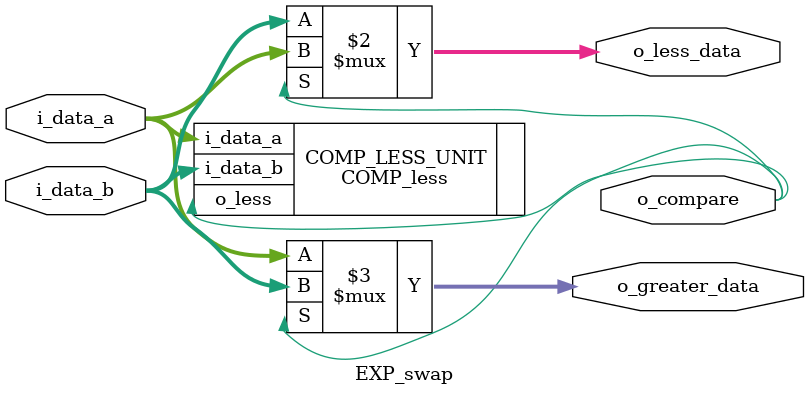
<source format=sv>
module EXP_swap #(
    parameter SIZE_DATA = 8
)(
    input logic [SIZE_DATA-1:0]     i_data_a        ,
    input logic [SIZE_DATA-1:0]     i_data_b        ,
    output logic                    o_compare       ,   // a < b
    output logic [SIZE_DATA-1:0]    o_less_data     ,
    output logic [SIZE_DATA-1:0]    o_greater_data  
);

// assign o_compare = (i_data_a < i_data_b);
COMP_less #(
    .SIZE_DATA      (SIZE_DATA)
) COMP_LESS_UNIT (
    .i_data_a       (i_data_a),
    .i_data_b       (i_data_b),
    .o_less         (o_compare)
);

always_comb begin
    o_less_data     = (o_compare) ? i_data_a : i_data_b;
    o_greater_data  = (o_compare) ? i_data_b : i_data_a;
end

endmodule

</source>
